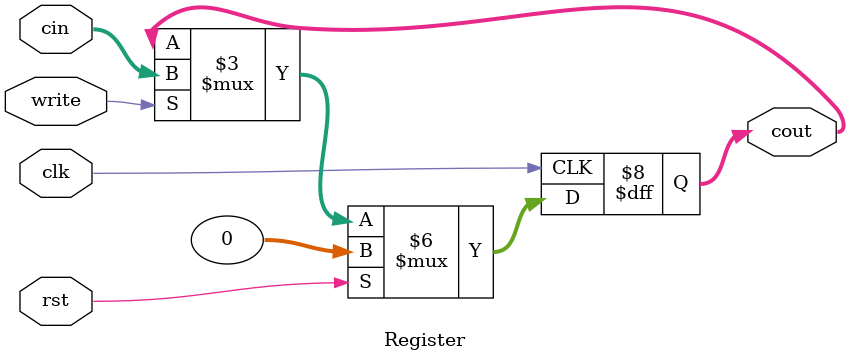
<source format=v>
`timescale 1ns / 1ps

module Register(
	input clk,
	input [31:0] cin,
	input rst,
	input write,
	output reg [31:0] cout
    );
	 
	initial begin
		cout = 0;
	end
	
	always @ (posedge clk) begin 
		if (rst)
			cout <= 0;
		else if(write)
			cout <= cin;
	end

endmodule

</source>
